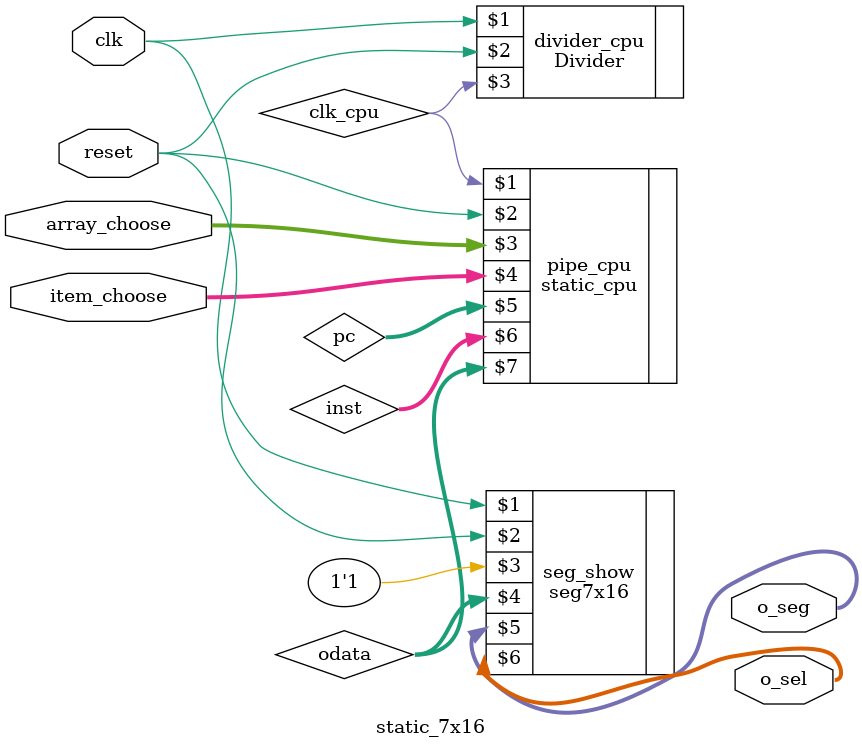
<source format=v>
`timescale 1ns / 1ps


module static_7x16(
    input clk,
    input reset,
    input [1:0] array_choose,
    input [5:0] item_choose,
    output [7:0] o_seg,//显示数字
	output [7:0] o_sel//选择数码管
    );
    wire clk_cpu;
    wire [31:0] pc;
    wire [31:0] inst;
    wire [31:0] odata;
    Divider #(4) divider_cpu(clk,reset,clk_cpu);
    static_cpu pipe_cpu(clk_cpu,reset,array_choose,item_choose,pc,inst,odata);
    seg7x16 seg_show(clk,reset,1'b1,odata,o_seg,o_sel);
endmodule

</source>
